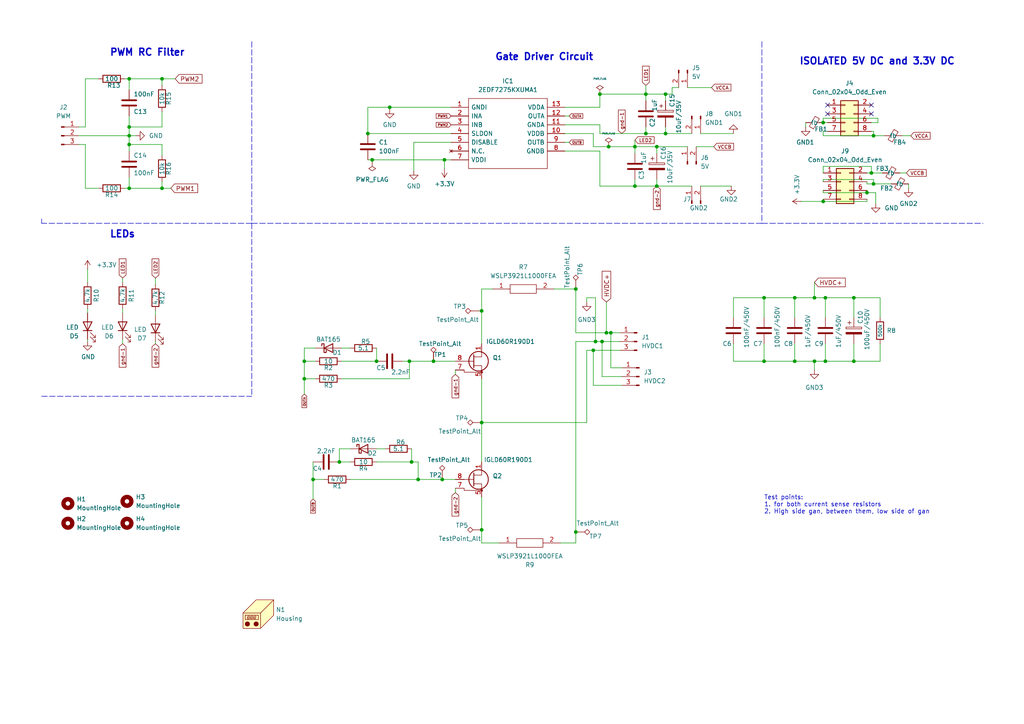
<source format=kicad_sch>
(kicad_sch (version 20211123) (generator eeschema)
  (paper "A4")
  (lib_symbols
    (symbol "2EDF7275KXUMA1:2EDF7275KXUMA1" (pin_names (offset 0.762))
      (property "Reference" "IC" (at 29.21 7.62 0))
      (property "Value" "2EDF7275KXUMA1" (at 29.21 5.08 0))
      (symbol "2EDF7275KXUMA1_0_0"
        (pin passive line (at 0 0 0) (length 5.08) (name "GNDI") (number "1"))
        (pin passive line (at 33.02 -7.62 180) (length 5.08) (name "VDDB") (number "10"))
        (pin passive line (at 33.02 -5.08 180) (length 5.08) (name "GNDA") (number "11"))
        (pin passive line (at 33.02 -2.54 180) (length 5.08) (name "OUTA") (number "12"))
        (pin passive line (at 33.02 0 180) (length 5.08) (name "VDDA") (number "13"))
        (pin passive line (at 0 -2.54 0) (length 5.08) (name "INA") (number "2"))
        (pin passive line (at 0 -5.08 0) (length 5.08) (name "INB") (number "3"))
        (pin passive line (at 0 -7.62 0) (length 5.08) (name "SLDON") (number "4"))
        (pin passive line (at 0 -10.16 0) (length 5.08) (name "DISABLE") (number "5"))
        (pin no_connect line (at 0 -12.7 0) (length 5.08) (name "N.C.") (number "6"))
        (pin passive line (at 0 -15.24 0) (length 5.08) (name "VDDI") (number "7"))
        (pin passive line (at 33.02 -12.7 180) (length 5.08) (name "GNDB") (number "8"))
        (pin passive line (at 33.02 -10.16 180) (length 5.08) (name "OUTB") (number "9"))
      )
      (symbol "2EDF7275KXUMA1_0_1"
        (polyline (pts (xy 5.08 2.54) (xy 27.94 2.54) (xy 27.94 -17.78) (xy 5.08 -17.78) (xy 5.08 2.54)) (stroke (width 0.1524)))
      )
    )
    (symbol "Connector:Conn_01x02_Male" (pin_names (offset 1.016) hide)
      (property "Reference" "J" (at 0 2.54 0))
      (property "Value" "Conn_01x02_Male" (at 0 -5.08 0))
      (symbol "Conn_01x02_Male_1_1"
        (polyline (pts (xy 1.27 -2.54) (xy 0.8636 -2.54)) (stroke (width 0.1524)))
        (polyline (pts (xy 1.27 0) (xy 0.8636 0)) (stroke (width 0.1524)))
        (rectangle (start 0.8636 -2.413) (end 0 -2.667) (stroke (width 0.1524)) (fill (type outline)))
        (rectangle (start 0.8636 0.127) (end 0 -0.127) (stroke (width 0.1524)) (fill (type outline)))
        (pin passive line (at 5.08 0 180) (length 3.81) (name "Pin_1") (number "1"))
        (pin passive line (at 5.08 -2.54 180) (length 3.81) (name "Pin_2") (number "2"))
      )
    )
    (symbol "Connector:Conn_01x03_Male" (pin_names (offset 1.016) hide)
      (property "Reference" "J" (at 0 5.08 0))
      (property "Value" "Conn_01x03_Male" (at 0 -5.08 0))
      (symbol "Conn_01x03_Male_1_1"
        (polyline (pts (xy 1.27 -2.54) (xy 0.8636 -2.54)) (stroke (width 0.1524)))
        (polyline (pts (xy 1.27 0) (xy 0.8636 0)) (stroke (width 0.1524)))
        (polyline (pts (xy 1.27 2.54) (xy 0.8636 2.54)) (stroke (width 0.1524)))
        (rectangle (start 0.8636 -2.413) (end 0 -2.667) (stroke (width 0.1524)) (fill (type outline)))
        (rectangle (start 0.8636 0.127) (end 0 -0.127) (stroke (width 0.1524)) (fill (type outline)))
        (rectangle (start 0.8636 2.667) (end 0 2.413) (stroke (width 0.1524)) (fill (type outline)))
        (pin passive line (at 5.08 2.54 180) (length 3.81) (name "Pin_1") (number "1"))
        (pin passive line (at 5.08 0 180) (length 3.81) (name "Pin_2") (number "2"))
        (pin passive line (at 5.08 -2.54 180) (length 3.81) (name "Pin_3") (number "3"))
      )
    )
    (symbol "Connector:TestPoint_Alt" (pin_numbers hide) (pin_names (offset 0.762) hide)
      (property "Reference" "TP" (at 0 6.858 0))
      (property "Value" "TestPoint_Alt" (at 0 5.08 0))
      (symbol "TestPoint_Alt_0_1"
        (polyline (pts (xy 0 2.54) (xy -0.762 3.302) (xy 0 4.064) (xy 0.762 3.302) (xy 0 2.54)))
      )
      (symbol "TestPoint_Alt_1_1"
        (pin passive line (at 0 0 90) (length 2.54) (name "1") (number "1"))
      )
    )
    (symbol "Connector_Generic:Conn_02x04_Odd_Even" (pin_names (offset 1.016) hide)
      (property "Reference" "J" (at 1.27 5.08 0))
      (property "Value" "Conn_02x04_Odd_Even" (at 1.27 -7.62 0))
      (symbol "Conn_02x04_Odd_Even_1_1"
        (rectangle (start -1.27 -4.953) (end 0 -5.207) (stroke (width 0.1524)))
        (rectangle (start -1.27 -2.413) (end 0 -2.667) (stroke (width 0.1524)))
        (rectangle (start -1.27 0.127) (end 0 -0.127) (stroke (width 0.1524)))
        (rectangle (start -1.27 2.667) (end 0 2.413) (stroke (width 0.1524)))
        (rectangle (start -1.27 3.81) (end 3.81 -6.35) (stroke (width 0.254)) (fill (type background)))
        (rectangle (start 3.81 -4.953) (end 2.54 -5.207) (stroke (width 0.1524)))
        (rectangle (start 3.81 -2.413) (end 2.54 -2.667) (stroke (width 0.1524)))
        (rectangle (start 3.81 0.127) (end 2.54 -0.127) (stroke (width 0.1524)))
        (rectangle (start 3.81 2.667) (end 2.54 2.413) (stroke (width 0.1524)))
        (pin passive line (at -5.08 2.54 0) (length 3.81) (name "Pin_1") (number "1"))
        (pin passive line (at 7.62 2.54 180) (length 3.81) (name "Pin_2") (number "2"))
        (pin passive line (at -5.08 0 0) (length 3.81) (name "Pin_3") (number "3"))
        (pin passive line (at 7.62 0 180) (length 3.81) (name "Pin_4") (number "4"))
        (pin passive line (at -5.08 -2.54 0) (length 3.81) (name "Pin_5") (number "5"))
        (pin passive line (at 7.62 -2.54 180) (length 3.81) (name "Pin_6") (number "6"))
        (pin passive line (at -5.08 -5.08 0) (length 3.81) (name "Pin_7") (number "7"))
        (pin passive line (at 7.62 -5.08 180) (length 3.81) (name "Pin_8") (number "8"))
      )
    )
    (symbol "Device:C" (pin_numbers hide) (pin_names (offset 0.254))
      (property "Reference" "C" (at 0.635 2.54 0))
      (property "Value" "C" (at 0.635 -2.54 0))
      (symbol "C_0_1"
        (polyline (pts (xy -2.032 -0.762) (xy 2.032 -0.762)) (stroke (width 0.508)))
        (polyline (pts (xy -2.032 0.762) (xy 2.032 0.762)) (stroke (width 0.508)))
      )
      (symbol "C_1_1"
        (pin passive line (at 0 3.81 270) (length 2.794) (name "~") (number "1"))
        (pin passive line (at 0 -3.81 90) (length 2.794) (name "~") (number "2"))
      )
    )
    (symbol "Device:C_Polarized" (pin_numbers hide) (pin_names (offset 0.254))
      (property "Reference" "C" (at 0.635 2.54 0))
      (property "Value" "C_Polarized" (at 0.635 -2.54 0))
      (symbol "C_Polarized_0_1"
        (rectangle (start -2.286 0.508) (end 2.286 1.016))
        (polyline (pts (xy -1.778 2.286) (xy -0.762 2.286)))
        (polyline (pts (xy -1.27 2.794) (xy -1.27 1.778)))
        (rectangle (start 2.286 -0.508) (end -2.286 -1.016) (fill (type outline)))
      )
      (symbol "C_Polarized_1_1"
        (pin passive line (at 0 3.81 270) (length 2.794) (name "~") (number "1"))
        (pin passive line (at 0 -3.81 90) (length 2.794) (name "~") (number "2"))
      )
    )
    (symbol "Device:D_Schottky" (pin_numbers hide) (pin_names (offset 1.016) hide)
      (property "Reference" "D" (at 0 2.54 0))
      (property "Value" "D_Schottky" (at 0 -2.54 0))
      (symbol "D_Schottky_0_1"
        (polyline (pts (xy 1.27 0) (xy -1.27 0)))
        (polyline (pts (xy 1.27 1.27) (xy 1.27 -1.27) (xy -1.27 0) (xy 1.27 1.27)) (stroke (width 0.254)))
        (polyline (pts (xy -1.905 0.635) (xy -1.905 1.27) (xy -1.27 1.27) (xy -1.27 -1.27) (xy -0.635 -1.27) (xy -0.635 -0.635)) (stroke (width 0.254)))
      )
      (symbol "D_Schottky_1_1"
        (pin passive line (at -3.81 0 0) (length 2.54) (name "K") (number "1"))
        (pin passive line (at 3.81 0 180) (length 2.54) (name "A") (number "2"))
      )
    )
    (symbol "Device:FerriteBead_Small" (pin_numbers hide) (pin_names (offset 0))
      (property "Reference" "FB" (at 1.905 1.27 0))
      (property "Value" "FerriteBead_Small" (at 1.905 -1.27 0))
      (symbol "FerriteBead_Small_0_1"
        (polyline (pts (xy 0 -1.27) (xy 0 -0.7874)))
        (polyline (pts (xy 0 0.889) (xy 0 1.2954)))
        (polyline (pts (xy -1.8288 0.2794) (xy -1.1176 1.4986) (xy 1.8288 -0.2032) (xy 1.1176 -1.4224) (xy -1.8288 0.2794)))
      )
      (symbol "FerriteBead_Small_1_1"
        (pin passive line (at 0 2.54 270) (length 1.27) (name "~") (number "1"))
        (pin passive line (at 0 -2.54 90) (length 1.27) (name "~") (number "2"))
      )
    )
    (symbol "Device:LED" (pin_numbers hide) (pin_names (offset 1.016) hide)
      (property "Reference" "D" (at 0 2.54 0))
      (property "Value" "LED" (at 0 -2.54 0))
      (symbol "LED_0_1"
        (polyline (pts (xy -1.27 -1.27) (xy -1.27 1.27)) (stroke (width 0.254)))
        (polyline (pts (xy -1.27 0) (xy 1.27 0)))
        (polyline (pts (xy 1.27 -1.27) (xy 1.27 1.27) (xy -1.27 0) (xy 1.27 -1.27)) (stroke (width 0.254)))
        (polyline (pts (xy -3.048 -0.762) (xy -4.572 -2.286) (xy -3.81 -2.286) (xy -4.572 -2.286) (xy -4.572 -1.524)))
        (polyline (pts (xy -1.778 -0.762) (xy -3.302 -2.286) (xy -2.54 -2.286) (xy -3.302 -2.286) (xy -3.302 -1.524)))
      )
      (symbol "LED_1_1"
        (pin passive line (at -3.81 0 0) (length 2.54) (name "K") (number "1"))
        (pin passive line (at 3.81 0 180) (length 2.54) (name "A") (number "2"))
      )
    )
    (symbol "Device:R" (pin_numbers hide) (pin_names (offset 0))
      (property "Reference" "R" (at 2.032 0 90))
      (property "Value" "R" (at 0 0 90))
      (symbol "R_0_1"
        (rectangle (start -1.016 -2.54) (end 1.016 2.54) (stroke (width 0.254)))
      )
      (symbol "R_1_1"
        (pin passive line (at 0 3.81 270) (length 1.27) (name "~") (number "1"))
        (pin passive line (at 0 -3.81 90) (length 1.27) (name "~") (number "2"))
      )
    )
    (symbol "Mechanical:Housing" (pin_names (offset 1.016))
      (property "Reference" "N" (at 3.81 0 0))
      (property "Value" "Housing" (at 3.81 -1.905 0))
      (symbol "Housing_0_1"
        (rectangle (start -5.08 -0.635) (end -1.27 -1.905))
        (circle (center -4.445 -3.175) (radius 0.635) (fill (type outline)))
        (circle (center -1.905 -3.175) (radius 0.635) (fill (type outline)))
        (polyline (pts (xy -4.5212 -1.5748) (xy -4.4704 -1.3716)))
        (polyline (pts (xy -4.4196 -1.6764) (xy -4.064 -1.6764)))
        (polyline (pts (xy -4.4196 -1.2192) (xy -4.3688 -0.9652)))
        (polyline (pts (xy -4.318 -1.3208) (xy -4.0132 -1.3208)))
        (polyline (pts (xy -4.2164 -0.9144) (xy -3.9116 -0.9144)))
        (polyline (pts (xy -3.9116 -1.6256) (xy -3.8608 -1.3716)))
        (polyline (pts (xy -3.81 -1.2192) (xy -3.7592 -0.9652)))
        (polyline (pts (xy -3.6068 -1.5748) (xy -3.556 -1.3716)))
        (polyline (pts (xy -3.5052 -1.6764) (xy -3.1496 -1.6764)))
        (polyline (pts (xy -3.5052 -1.2192) (xy -3.4544 -0.9652)))
        (polyline (pts (xy -3.4036 -1.3208) (xy -3.0988 -1.3208)))
        (polyline (pts (xy -3.302 -0.9144) (xy -2.9972 -0.9144)))
        (polyline (pts (xy -2.9972 -1.6256) (xy -2.9464 -1.3716)))
        (polyline (pts (xy -2.8956 -1.2192) (xy -2.8448 -0.9652)))
        (polyline (pts (xy -2.6924 -1.5748) (xy -2.6416 -1.3716)))
        (polyline (pts (xy -2.5908 -1.6764) (xy -2.2352 -1.6764)))
        (polyline (pts (xy -2.5908 -1.2192) (xy -2.54 -0.9652)))
        (polyline (pts (xy -2.4892 -1.3208) (xy -2.1844 -1.3208)))
        (polyline (pts (xy -2.3876 -0.9144) (xy -2.0828 -0.9144)))
        (polyline (pts (xy -2.0828 -1.6256) (xy -2.032 -1.3716)))
        (polyline (pts (xy -1.9812 -1.2192) (xy -1.9304 -0.9652)))
        (polyline (pts (xy -0.635 0) (xy -0.635 -4.445)))
        (polyline (pts (xy -5.715 0) (xy -0.635 0) (xy 3.175 3.81)))
        (polyline (pts (xy -5.715 0) (xy -5.715 -4.445) (xy -0.635 -4.445) (xy 3.175 -0.635) (xy 3.175 3.81) (xy -1.905 3.81) (xy -5.715 0)) (fill (type background)))
      )
    )
    (symbol "Mechanical:MountingHole" (pin_names (offset 1.016))
      (property "Reference" "H" (at 0 5.08 0))
      (property "Value" "MountingHole" (at 0 3.175 0))
      (symbol "MountingHole_0_1"
        (circle (center 0 0) (radius 1.27) (stroke (width 1.27)))
      )
    )
    (symbol "Transistor_FET:IGLD60R190D1" (pin_names (offset 0) hide)
      (property "Reference" "Q" (at 5.08 1.905 0))
      (property "Value" "IGLD60R190D1" (at 5.08 0 0))
      (symbol "IGLD60R190D1_0_1"
        (polyline (pts (xy -2.54 0) (xy 0.254 0)))
        (polyline (pts (xy -2.54 -2.54) (xy -2.54 -3.175) (xy 2.54 -3.175)))
        (polyline (pts (xy 0.254 -1.27) (xy 2.54 -1.27) (xy 2.54 -2.54)))
        (polyline (pts (xy 0.254 1.905) (xy 0.254 -1.905) (xy 0.254 -1.905)) (stroke (width 0.254)))
        (polyline (pts (xy 2.54 2.54) (xy 2.54 1.27) (xy 0.254 1.27)))
        (circle (center 1.651 0) (radius 2.8194) (stroke (width 0.254)))
        (circle (center 2.54 -3.175) (radius 0.2794) (fill (type outline)))
      )
      (symbol "IGLD60R190D1_1_1"
        (pin passive line (at 2.54 5.08 270) (length 2.54) (name "D") (number "1"))
        (pin passive line (at 2.54 5.08 270) (length 2.54) hide (name "D") (number "2"))
        (pin passive line (at 2.54 5.08 270) (length 2.54) hide (name "D") (number "3"))
        (pin passive line (at 2.54 5.08 270) (length 2.54) hide (name "D") (number "4"))
        (pin passive line (at 2.54 -5.08 90) (length 2.54) (name "S") (number "5"))
        (pin passive line (at 2.54 -5.08 90) (length 2.54) hide (name "S") (number "6"))
        (pin passive line (at -5.08 -2.54 0) (length 2.54) (name "SS") (number "7"))
        (pin input line (at -5.08 0 0) (length 2.54) (name "G") (number "8"))
        (pin passive line (at 2.54 -5.08 90) (length 2.54) hide (name "S") (number "9"))
      )
    )
    (symbol "WSLP3921L1000FEA:WSLP3921L1000FEA" (pin_names (offset 0.762))
      (property "Reference" "R" (at 13.97 6.35 0))
      (property "Value" "WSLP3921L1000FEA" (at 13.97 3.81 0))
      (symbol "WSLP3921L1000FEA_0_0"
        (pin passive line (at 0 0 0) (length 5.08) (name "~") (number "1"))
        (pin passive line (at 17.78 0 180) (length 5.08) (name "~") (number "2"))
      )
      (symbol "WSLP3921L1000FEA_0_1"
        (polyline (pts (xy 5.08 1.27) (xy 12.7 1.27) (xy 12.7 -1.27) (xy 5.08 -1.27) (xy 5.08 1.27)) (stroke (width 0.1524)))
      )
    )
    (symbol "power:+3.3V" (power) (pin_names (offset 0))
      (property "Value" "+3.3V" (at 0 3.556 0))
      (symbol "+3.3V_0_1"
        (polyline (pts (xy -0.762 1.27) (xy 0 2.54)))
        (polyline (pts (xy 0 0) (xy 0 2.54)))
        (polyline (pts (xy 0 2.54) (xy 0.762 1.27)))
      )
      (symbol "+3.3V_1_1"
        (pin power_in line (at 0 0 90) (length 0) hide (name "+3.3V") (number "1"))
      )
    )
    (symbol "power:GND" (power) (pin_names (offset 0))
      (property "Value" "GND" (at 0 -3.81 0))
      (symbol "GND_0_1"
        (polyline (pts (xy 0 0) (xy 0 -1.27) (xy 1.27 -1.27) (xy 0 -2.54) (xy -1.27 -1.27) (xy 0 -1.27)))
      )
      (symbol "GND_1_1"
        (pin power_in line (at 0 0 270) (length 0) hide (name "GND") (number "1"))
      )
    )
    (symbol "power:GND1" (power) (pin_names (offset 0))
      (property "Value" "GND1" (at 0 -3.81 0))
      (symbol "GND1_0_1"
        (polyline (pts (xy 0 0) (xy 0 -1.27) (xy 1.27 -1.27) (xy 0 -2.54) (xy -1.27 -1.27) (xy 0 -1.27)))
      )
      (symbol "GND1_1_1"
        (pin power_in line (at 0 0 270) (length 0) hide (name "GND1") (number "1"))
      )
    )
    (symbol "power:GND2" (power) (pin_names (offset 0))
      (property "Value" "GND2" (at 0 -3.81 0))
      (symbol "GND2_0_1"
        (polyline (pts (xy 0 0) (xy 0 -1.27) (xy 1.27 -1.27) (xy 0 -2.54) (xy -1.27 -1.27) (xy 0 -1.27)))
      )
      (symbol "GND2_1_1"
        (pin power_in line (at 0 0 270) (length 0) hide (name "GND2") (number "1"))
      )
    )
    (symbol "power:GND3" (power) (pin_names (offset 0))
      (property "Value" "GND3" (at 0 -3.81 0))
      (symbol "GND3_0_1"
        (polyline (pts (xy 0 0) (xy 0 -1.27) (xy 1.27 -1.27) (xy 0 -2.54) (xy -1.27 -1.27) (xy 0 -1.27)))
      )
      (symbol "GND3_1_1"
        (pin power_in line (at 0 0 270) (length 0) hide (name "GND3") (number "1"))
      )
    )
    (symbol "power:PWR_FLAG" (power) (pin_numbers hide) (pin_names (offset 0) hide)
      (property "Value" "PWR_FLAG" (at 0 3.81 0))
      (symbol "PWR_FLAG_0_0"
        (pin power_out line (at 0 0 90) (length 0) (name "pwr") (number "1"))
      )
      (symbol "PWR_FLAG_0_1"
        (polyline (pts (xy 0 0) (xy 0 1.27) (xy -1.016 1.905) (xy 0 2.54) (xy 1.016 1.905) (xy 0 1.27)))
      )
    )
  )
  (junction (at 193.04 27.305))
  (junction (at 247.65 104.775))
  (junction (at 37.465 54.61))
  (junction (at 109.22 104.775))
  (junction (at 177.165 96.52))
  (junction (at 107.95 46.355))
  (junction (at 230.505 104.775))
  (junction (at 187.325 27.305))
  (junction (at 236.22 86.36))
  (junction (at 128.905 46.355))
  (junction (at 119.38 133.985))
  (junction (at 106.68 38.735))
  (junction (at 253.365 39.37))
  (junction (at 230.505 86.36))
  (junction (at 238.76 58.42))
  (junction (at 190.5 53.975))
  (junction (at 172.72 99.06))
  (junction (at 88.265 104.775))
  (junction (at 37.465 41.91))
  (junction (at 184.15 42.545))
  (junction (at 236.22 104.775))
  (junction (at 184.15 53.975))
  (junction (at 46.99 22.86))
  (junction (at 175.895 96.52))
  (junction (at 252.73 50.165))
  (junction (at 139.7 122.555))
  (junction (at 113.03 31.115))
  (junction (at 90.805 139.065))
  (junction (at 46.99 54.61))
  (junction (at 98.425 133.985))
  (junction (at 37.465 36.83))
  (junction (at 239.395 86.36))
  (junction (at 167.005 83.82))
  (junction (at 128.27 139.065))
  (junction (at 173.99 27.305))
  (junction (at 193.04 38.735))
  (junction (at 118.745 104.775))
  (junction (at 238.76 35.56))
  (junction (at 239.395 104.775))
  (junction (at 172.085 101.6))
  (junction (at 37.465 39.37))
  (junction (at 37.465 22.86))
  (junction (at 174.625 99.06))
  (junction (at 139.7 90.17))
  (junction (at 139.7 153.67))
  (junction (at 88.265 109.855))
  (junction (at 121.285 139.065))
  (junction (at 253.365 53.34))
  (junction (at 190.5 42.545))
  (junction (at 125.73 104.775))
  (junction (at 167.005 154.305))
  (junction (at 247.65 86.36))
  (junction (at 251.46 55.88))
  (junction (at 221.615 104.775))
  (junction (at 221.615 86.36))
  (junction (at 176.53 42.545))
  (junction (at 187.325 38.735))
  (no_connect (at 240.03 33.02))
  (no_connect (at 252.73 30.48))
  (no_connect (at 252.73 33.02))
  (no_connect (at 240.03 30.48))
  (wire (pts (xy 98.425 130.175) (xy 101.6 130.175)))
  (wire (pts (xy 24.765 54.61) (xy 24.765 41.91)))
  (wire (pts (xy 173.99 43.815) (xy 163.83 43.815)))
  (wire (pts (xy 172.085 101.6) (xy 179.705 101.6)))
  (polyline (pts (xy 12.065 114.935) (xy 73.025 114.935)))
  (wire (pts (xy 107.95 46.355) (xy 107.95 46.99)))
  (wire (pts (xy 45.085 90.17) (xy 45.085 91.44)))
  (wire (pts (xy 238.76 58.42) (xy 232.41 58.42)))
  (wire (pts (xy 106.68 38.735) (xy 130.81 38.735)))
  (wire (pts (xy 193.04 36.83) (xy 193.04 38.735)))
  (wire (pts (xy 187.325 29.21) (xy 187.325 27.305)))
  (wire (pts (xy 190.5 42.545) (xy 199.39 42.545)))
  (wire (pts (xy 99.06 104.775) (xy 109.22 104.775)))
  (wire (pts (xy 139.7 109.855) (xy 139.7 122.555)))
  (wire (pts (xy 180.34 106.68) (xy 177.165 106.68)))
  (wire (pts (xy 113.03 31.75) (xy 113.03 31.115)))
  (wire (pts (xy 253.365 53.34) (xy 251.46 53.34)))
  (polyline (pts (xy 220.98 64.77) (xy 285.115 64.77)))
  (wire (pts (xy 236.22 104.775) (xy 236.22 107.315)))
  (wire (pts (xy 163.83 41.275) (xy 165.1 41.275)))
  (wire (pts (xy 239.395 86.36) (xy 236.22 86.36)))
  (wire (pts (xy 24.765 22.86) (xy 28.575 22.86)))
  (wire (pts (xy 252.73 35.56) (xy 254.635 35.56)))
  (wire (pts (xy 173.99 38.735) (xy 173.99 36.195)))
  (wire (pts (xy 238.76 58.42) (xy 251.46 58.42)))
  (wire (pts (xy 251.46 53.34) (xy 251.46 52.705)))
  (wire (pts (xy 132.08 142.875) (xy 132.08 141.605)))
  (wire (pts (xy 177.165 106.68) (xy 177.165 96.52)))
  (polyline (pts (xy 220.98 12.065) (xy 220.98 64.77)))
  (wire (pts (xy 212.725 92.075) (xy 212.725 86.36)))
  (wire (pts (xy 253.365 39.37) (xy 256.54 39.37)))
  (wire (pts (xy 175.895 87.63) (xy 175.895 96.52)))
  (wire (pts (xy 184.15 42.545) (xy 190.5 42.545)))
  (wire (pts (xy 221.615 86.36) (xy 221.615 92.075)))
  (wire (pts (xy 193.04 27.305) (xy 194.945 27.305)))
  (wire (pts (xy 120.015 41.275) (xy 120.015 49.53)))
  (wire (pts (xy 253.365 38.1) (xy 253.365 39.37)))
  (wire (pts (xy 173.99 31.115) (xy 173.99 27.305)))
  (wire (pts (xy 128.27 139.065) (xy 132.08 139.065)))
  (wire (pts (xy 261.62 39.37) (xy 264.16 39.37)))
  (wire (pts (xy 175.895 96.52) (xy 177.165 96.52)))
  (wire (pts (xy 37.465 41.91) (xy 37.465 43.815)))
  (wire (pts (xy 172.085 38.735) (xy 163.83 38.735)))
  (wire (pts (xy 193.04 38.735) (xy 200.66 38.735)))
  (wire (pts (xy 163.83 33.655) (xy 165.1 33.655)))
  (wire (pts (xy 230.505 86.36) (xy 230.505 92.075)))
  (wire (pts (xy 187.325 24.765) (xy 187.325 27.305)))
  (wire (pts (xy 212.725 104.775) (xy 212.725 99.695)))
  (wire (pts (xy 106.68 31.115) (xy 113.03 31.115)))
  (wire (pts (xy 170.18 122.555) (xy 170.18 101.6)))
  (wire (pts (xy 258.445 53.34) (xy 253.365 53.34)))
  (wire (pts (xy 173.99 43.815) (xy 173.99 53.975)))
  (wire (pts (xy 176.53 42.545) (xy 184.15 42.545)))
  (wire (pts (xy 221.615 104.775) (xy 212.725 104.775)))
  (wire (pts (xy 46.99 24.765) (xy 46.99 22.86)))
  (wire (pts (xy 24.765 36.83) (xy 24.765 22.86)))
  (wire (pts (xy 113.03 31.115) (xy 130.81 31.115)))
  (wire (pts (xy 251.46 57.785) (xy 251.46 58.42)))
  (wire (pts (xy 37.465 22.86) (xy 37.465 26.035)))
  (wire (pts (xy 109.22 133.985) (xy 119.38 133.985)))
  (wire (pts (xy 203.2 53.975) (xy 212.09 53.975)))
  (wire (pts (xy 247.65 99.695) (xy 247.65 104.775)))
  (wire (pts (xy 35.56 80.645) (xy 35.56 81.915)))
  (wire (pts (xy 172.085 42.545) (xy 176.53 42.545)))
  (wire (pts (xy 238.76 58.42) (xy 238.76 57.785)))
  (wire (pts (xy 90.805 139.065) (xy 90.805 133.985)))
  (wire (pts (xy 121.285 139.065) (xy 128.27 139.065)))
  (wire (pts (xy 221.615 99.695) (xy 221.615 104.775)))
  (polyline (pts (xy 73.025 64.77) (xy 73.025 114.935)))
  (wire (pts (xy 173.99 38.735) (xy 187.325 38.735)))
  (wire (pts (xy 101.6 133.985) (xy 98.425 133.985)))
  (wire (pts (xy 172.085 111.76) (xy 172.085 101.6)))
  (wire (pts (xy 247.65 86.36) (xy 239.395 86.36)))
  (wire (pts (xy 255.27 86.36) (xy 247.65 86.36)))
  (wire (pts (xy 93.98 139.065) (xy 90.805 139.065)))
  (wire (pts (xy 170.18 86.36) (xy 170.18 87.63)))
  (wire (pts (xy 116.84 104.775) (xy 118.745 104.775)))
  (wire (pts (xy 46.99 45.085) (xy 46.99 41.91)))
  (wire (pts (xy 88.265 114.3) (xy 88.265 109.855)))
  (wire (pts (xy 139.7 122.555) (xy 139.7 133.985)))
  (wire (pts (xy 184.15 52.07) (xy 184.15 53.975)))
  (wire (pts (xy 173.99 27.305) (xy 187.325 27.305)))
  (wire (pts (xy 230.505 99.695) (xy 230.505 104.775)))
  (wire (pts (xy 263.525 53.34) (xy 263.525 54.61)))
  (wire (pts (xy 167.005 83.82) (xy 167.005 96.52)))
  (wire (pts (xy 22.86 36.83) (xy 24.765 36.83)))
  (wire (pts (xy 35.56 99.695) (xy 35.56 98.425)))
  (wire (pts (xy 238.76 39.37) (xy 238.76 38.1)))
  (polyline (pts (xy 220.98 64.77) (xy 73.025 64.77)))
  (wire (pts (xy 37.465 33.655) (xy 37.465 36.83)))
  (wire (pts (xy 238.76 34.29) (xy 254.635 34.29)))
  (wire (pts (xy 22.86 41.91) (xy 24.765 41.91)))
  (wire (pts (xy 139.7 90.17) (xy 139.7 99.695)))
  (wire (pts (xy 238.76 38.1) (xy 240.03 38.1)))
  (wire (pts (xy 247.65 104.775) (xy 255.27 104.775)))
  (wire (pts (xy 99.06 100.965) (xy 101.6 100.965)))
  (wire (pts (xy 238.76 48.26) (xy 252.73 48.26)))
  (wire (pts (xy 118.745 104.775) (xy 125.73 104.775)))
  (wire (pts (xy 203.2 38.735) (xy 212.725 38.735)))
  (wire (pts (xy 128.905 46.355) (xy 128.905 48.895)))
  (wire (pts (xy 252.73 50.165) (xy 255.905 50.165)))
  (wire (pts (xy 172.085 42.545) (xy 172.085 38.735)))
  (wire (pts (xy 25.4 78.105) (xy 25.4 81.915)))
  (wire (pts (xy 190.5 52.07) (xy 190.5 53.975)))
  (wire (pts (xy 36.195 54.61) (xy 37.465 54.61)))
  (wire (pts (xy 46.99 54.61) (xy 37.465 54.61)))
  (wire (pts (xy 233.68 35.56) (xy 233.68 36.83)))
  (wire (pts (xy 91.44 104.775) (xy 88.265 104.775)))
  (wire (pts (xy 173.99 53.975) (xy 184.15 53.975)))
  (wire (pts (xy 46.99 32.385) (xy 46.99 36.83)))
  (wire (pts (xy 184.15 53.975) (xy 190.5 53.975)))
  (wire (pts (xy 160.655 83.82) (xy 167.005 83.82)))
  (wire (pts (xy 253.365 39.37) (xy 238.76 39.37)))
  (wire (pts (xy 46.99 22.86) (xy 37.465 22.86)))
  (wire (pts (xy 139.7 122.555) (xy 170.18 122.555)))
  (wire (pts (xy 22.86 39.37) (xy 37.465 39.37)))
  (wire (pts (xy 254 55.88) (xy 251.46 55.88)))
  (wire (pts (xy 37.465 54.61) (xy 37.465 51.435)))
  (wire (pts (xy 90.805 144.78) (xy 90.805 139.065)))
  (wire (pts (xy 106.68 46.355) (xy 107.95 46.355)))
  (wire (pts (xy 172.72 86.36) (xy 172.72 99.06)))
  (wire (pts (xy 128.905 46.355) (xy 130.81 46.355)))
  (wire (pts (xy 199.39 25.4) (xy 206.375 25.4)))
  (wire (pts (xy 109.22 104.775) (xy 109.22 100.965)))
  (wire (pts (xy 139.7 144.145) (xy 139.7 153.67)))
  (polyline (pts (xy 73.025 64.77) (xy 12.065 64.77)))
  (wire (pts (xy 255.27 99.695) (xy 255.27 104.775)))
  (wire (pts (xy 37.465 36.83) (xy 37.465 39.37)))
  (wire (pts (xy 230.505 104.775) (xy 221.615 104.775)))
  (wire (pts (xy 46.99 54.61) (xy 49.53 54.61)))
  (wire (pts (xy 46.99 22.86) (xy 50.8 22.86)))
  (wire (pts (xy 167.005 96.52) (xy 175.895 96.52)))
  (wire (pts (xy 45.085 99.695) (xy 45.085 99.06)))
  (wire (pts (xy 46.99 36.83) (xy 37.465 36.83)))
  (wire (pts (xy 167.005 99.06) (xy 172.72 99.06)))
  (wire (pts (xy 25.4 89.535) (xy 25.4 90.805)))
  (wire (pts (xy 37.465 39.37) (xy 39.37 39.37)))
  (wire (pts (xy 190.5 44.45) (xy 190.5 42.545)))
  (wire (pts (xy 193.04 29.21) (xy 193.04 27.305)))
  (wire (pts (xy 254.635 34.29) (xy 254.635 35.56)))
  (wire (pts (xy 99.06 109.855) (xy 118.745 109.855)))
  (wire (pts (xy 106.68 31.115) (xy 106.68 38.735)))
  (wire (pts (xy 139.7 157.48) (xy 144.78 157.48)))
  (wire (pts (xy 167.005 99.06) (xy 167.005 154.305)))
  (wire (pts (xy 88.265 109.855) (xy 88.265 104.775)))
  (wire (pts (xy 238.76 50.165) (xy 238.76 48.26)))
  (wire (pts (xy 236.22 104.775) (xy 239.395 104.775)))
  (wire (pts (xy 194.945 25.4) (xy 196.85 25.4)))
  (wire (pts (xy 46.99 41.91) (xy 37.465 41.91)))
  (wire (pts (xy 239.395 99.695) (xy 239.395 104.775)))
  (wire (pts (xy 132.08 108.585) (xy 132.08 107.315)))
  (wire (pts (xy 119.38 133.985) (xy 119.38 130.175)))
  (wire (pts (xy 125.73 104.775) (xy 132.08 104.775)))
  (wire (pts (xy 91.44 109.855) (xy 88.265 109.855)))
  (wire (pts (xy 184.15 42.545) (xy 184.15 44.45)))
  (wire (pts (xy 121.285 139.065) (xy 121.285 133.985)))
  (wire (pts (xy 194.945 25.4) (xy 194.945 27.305)))
  (wire (pts (xy 28.575 54.61) (xy 24.765 54.61)))
  (wire (pts (xy 190.5 53.975) (xy 200.66 53.975)))
  (wire (pts (xy 255.27 92.075) (xy 255.27 86.36)))
  (wire (pts (xy 247.65 86.36) (xy 247.65 92.075)))
  (wire (pts (xy 46.99 52.705) (xy 46.99 54.61)))
  (wire (pts (xy 98.425 133.985) (xy 98.425 130.175)))
  (wire (pts (xy 173.99 36.195) (xy 163.83 36.195)))
  (wire (pts (xy 252.73 48.26) (xy 252.73 50.165)))
  (wire (pts (xy 254 59.055) (xy 254 55.88)))
  (wire (pts (xy 177.165 96.52) (xy 179.705 96.52)))
  (wire (pts (xy 239.395 86.36) (xy 239.395 92.075)))
  (wire (pts (xy 139.7 153.67) (xy 139.7 157.48)))
  (wire (pts (xy 37.465 41.91) (xy 37.465 39.37)))
  (wire (pts (xy 236.22 81.915) (xy 236.22 86.36)))
  (wire (pts (xy 139.065 90.17) (xy 139.7 90.17)))
  (wire (pts (xy 172.72 99.06) (xy 174.625 99.06)))
  (wire (pts (xy 180.34 109.22) (xy 174.625 109.22)))
  (wire (pts (xy 236.22 86.36) (xy 230.505 86.36)))
  (wire (pts (xy 25.4 99.06) (xy 25.4 98.425)))
  (wire (pts (xy 35.56 89.535) (xy 35.56 90.805)))
  (wire (pts (xy 139.7 83.82) (xy 139.7 90.17)))
  (wire (pts (xy 252.73 38.1) (xy 253.365 38.1)))
  (wire (pts (xy 212.725 86.36) (xy 221.615 86.36)))
  (wire (pts (xy 253.365 52.07) (xy 253.365 53.34)))
  (wire (pts (xy 238.76 55.88) (xy 251.46 55.88)))
  (wire (pts (xy 238.76 35.56) (xy 238.76 34.29)))
  (wire (pts (xy 36.195 22.86) (xy 37.465 22.86)))
  (wire (pts (xy 88.265 100.965) (xy 91.44 100.965)))
  (wire (pts (xy 238.76 52.07) (xy 253.365 52.07)))
  (wire (pts (xy 187.325 27.305) (xy 193.04 27.305)))
  (wire (pts (xy 121.285 133.985) (xy 119.38 133.985)))
  (wire (pts (xy 230.505 104.775) (xy 236.22 104.775)))
  (wire (pts (xy 238.76 52.705) (xy 238.76 52.07)))
  (wire (pts (xy 172.72 86.36) (xy 170.18 86.36)))
  (wire (pts (xy 174.625 99.06) (xy 179.705 99.06)))
  (wire (pts (xy 238.76 55.245) (xy 238.76 55.88)))
  (polyline (pts (xy 12.065 63.5) (xy 12.065 64.77)))
  (wire (pts (xy 120.015 41.275) (xy 130.81 41.275)))
  (wire (pts (xy 118.745 109.855) (xy 118.745 104.775)))
  (wire (pts (xy 180.34 111.76) (xy 172.085 111.76)))
  (wire (pts (xy 109.22 130.175) (xy 111.76 130.175)))
  (wire (pts (xy 260.985 50.165) (xy 262.89 50.165)))
  (wire (pts (xy 251.46 55.88) (xy 251.46 55.245)))
  (wire (pts (xy 207.01 42.545) (xy 201.93 42.545)))
  (wire (pts (xy 187.325 36.83) (xy 187.325 38.735)))
  (wire (pts (xy 174.625 109.22) (xy 174.625 99.06)))
  (wire (pts (xy 187.325 38.735) (xy 193.04 38.735)))
  (wire (pts (xy 107.95 46.355) (xy 128.905 46.355)))
  (wire (pts (xy 238.76 35.56) (xy 240.03 35.56)))
  (wire (pts (xy 162.56 157.48) (xy 167.005 157.48)))
  (wire (pts (xy 251.46 50.165) (xy 252.73 50.165)))
  (wire (pts (xy 184.15 40.64) (xy 184.15 42.545)))
  (polyline (pts (xy 73.025 12.065) (xy 73.025 64.77)))
  (wire (pts (xy 101.6 139.065) (xy 121.285 139.065)))
  (wire (pts (xy 239.395 104.775) (xy 247.65 104.775)))
  (wire (pts (xy 230.505 86.36) (xy 221.615 86.36)))
  (wire (pts (xy 88.265 104.775) (xy 88.265 100.965)))
  (wire (pts (xy 139.7 83.82) (xy 142.875 83.82)))
  (wire (pts (xy 163.83 31.115) (xy 173.99 31.115)))
  (wire (pts (xy 170.18 101.6) (xy 172.085 101.6)))
  (wire (pts (xy 167.005 154.305) (xy 167.005 157.48)))
  (wire (pts (xy 45.085 80.645) (xy 45.085 82.55)))
  (text "Test points: \n1. for both current sense resistors\n2. High side gan, between them, low side of gan\n" (at 221.615 149.225 0) (effects (font (size 1.27 1.27)) (justify left bottom)))
  (text "LEDs" (at 31.75 69.215 0) (effects (font (size 2 2) (thickness 0.4) bold) (justify left bottom)))
  (text "ISOLATED 5V DC and 3.3V DC" (at 231.775 19.05 0) (effects (font (size 2 2) (thickness 0.4) bold) (justify left bottom)))
  (text "PWM RC Filter" (at 31.75 16.51 0) (effects (font (size 2 2) (thickness 0.4) bold) (justify left bottom)))
  (text "Gate Driver Circuit" (at 143.51 17.78 0) (effects (font (size 2 2) (thickness 0.4) bold) (justify left bottom)))
  (global_label "VCCA" (shape input) (at 264.16 39.37 0) (effects (font (size 1 1))) (property "Intersheet References" "${INTERSHEET_REFS}" (effects hide)))
  (global_label "HVDC+" (shape input) (at 175.895 87.63 90) (property "Intersheet References" "${INTERSHEET_REFS}" (effects hide)))
  (global_label "LED1" (shape input) (at 187.325 24.765 90) (effects (font (size 1 1))) (property "Intersheet References" "${INTERSHEET_REFS}" (effects hide)))
  (global_label "VCCB" (shape input) (at 262.89 50.165 0) (effects (font (size 1 1))) (property "Intersheet References" "${INTERSHEET_REFS}" (effects hide)))
  (global_label "PWM1" (shape input) (at 49.53 54.61 0) (property "Intersheet References" "${INTERSHEET_REFS}" (effects hide)))
  (global_label "PWM2" (shape input) (at 50.8 22.86 0) (property "Intersheet References" "${INTERSHEET_REFS}" (effects hide)))
  (global_label "PWM2" (shape input) (at 130.81 36.195 180) (effects (font (size 0.7 0.7))) (property "Intersheet References" "${INTERSHEET_REFS}" (effects hide)))
  (global_label "gnd-1" (shape input) (at 180.34 38.735 90) (effects (font (size 1 1))) (property "Intersheet References" "${INTERSHEET_REFS}" (effects hide)))
  (global_label "OUTB" (shape input) (at 165.1 41.275 0) (effects (font (size 0.7 0.7))) (property "Intersheet References" "${INTERSHEET_REFS}" (effects hide)))
  (global_label "gnd-2" (shape input) (at 45.085 99.695 270) (effects (font (size 1 1))) (property "Intersheet References" "${INTERSHEET_REFS}" (effects hide)))
  (global_label "VCCA" (shape input) (at 206.375 25.4 0) (effects (font (size 1 1))) (property "Intersheet References" "${INTERSHEET_REFS}" (effects hide)))
  (global_label "LED2" (shape input) (at 184.15 40.64 0) (effects (font (size 1 1))) (property "Intersheet References" "${INTERSHEET_REFS}" (effects hide)))
  (global_label "LED2" (shape input) (at 45.085 80.645 90) (effects (font (size 1 1))) (property "Intersheet References" "${INTERSHEET_REFS}" (effects hide)))
  (global_label "OUTA" (shape input) (at 88.265 114.3 270) (effects (font (size 0.7 0.7))) (property "Intersheet References" "${INTERSHEET_REFS}" (effects hide)))
  (global_label "gnd-2" (shape input) (at 190.5 53.975 270) (effects (font (size 1 1))) (property "Intersheet References" "${INTERSHEET_REFS}" (effects hide)))
  (global_label "OUTB" (shape input) (at 90.805 144.78 270) (effects (font (size 0.7 0.7))) (property "Intersheet References" "${INTERSHEET_REFS}" (effects hide)))
  (global_label "LED1" (shape input) (at 35.56 80.645 90) (effects (font (size 1 1))) (property "Intersheet References" "${INTERSHEET_REFS}" (effects hide)))
  (global_label "OUTA" (shape input) (at 165.1 33.655 0) (effects (font (size 0.7 0.7))) (property "Intersheet References" "${INTERSHEET_REFS}" (effects hide)))
  (global_label "gnd-2" (shape input) (at 132.08 142.875 270) (effects (font (size 1 1))) (property "Intersheet References" "${INTERSHEET_REFS}" (effects hide)))
  (global_label "gnd-1" (shape input) (at 132.08 108.585 270) (effects (font (size 1 1))) (property "Intersheet References" "${INTERSHEET_REFS}" (effects hide)))
  (global_label "VCCB" (shape input) (at 207.01 42.545 0) (effects (font (size 1 1))) (property "Intersheet References" "${INTERSHEET_REFS}" (effects hide)))
  (global_label "HVDC+" (shape input) (at 236.22 81.915 0) (property "Intersheet References" "${INTERSHEET_REFS}" (effects hide)))
  (global_label "PWM1" (shape input) (at 130.81 33.655 180) (effects (font (size 0.7 0.7))) (property "Intersheet References" "${INTERSHEET_REFS}" (effects hide)))
  (global_label "gnd-1" (shape input) (at 35.56 99.695 270) (effects (font (size 1 1))) (property "Intersheet References" "${INTERSHEET_REFS}" (effects hide)))
  (symbol (lib_id "Device:FerriteBead_Small") (at 260.985 53.34 90) (unit 1)
    (property "Reference" "FB2" (at 257.175 54.61 90))
    (property "Value" "fb" (at 260.985 53.34 90))
    (property "Footprint" "Resistor_SMD:R_0805_2012Metric" (effects hide))
  )
  (symbol (lib_id "Connector:Conn_01x03_Male") (at 185.42 109.22 0) (mirror y) (unit 1)
    (property "Reference" "J3" (at 186.69 107.9499 0) (effects (justify right)))
    (property "Value" "HVDC2" (at 186.69 110.4899 0) (effects (justify right)))
    (property "Footprint" "Connector_Molex:Molex_KK-396_A-41791-0003_1x03_P3.96mm_Vertical" (effects hide))
  )
  (symbol (lib_id "power:GND2") (at 263.525 54.61 0) (unit 1)
    (property "Reference" "#PWR05" (effects hide))
    (property "Value" "GND2" (at 263.525 59.055 0))
  )
  (symbol (lib_id "Device:R") (at 95.25 109.855 90) (unit 1)
    (property "Reference" "R3" (at 95.25 111.76 90))
    (property "Value" "470" (at 95.25 109.855 90))
    (property "Footprint" "Resistor_SMD:R_0805_2012Metric" (effects hide))
  )
  (symbol (lib_id "power:PWR_FLAG") (at 173.99 27.305 0) (unit 1)
    (property "Reference" "#FLG0102" (effects hide))
    (property "Value" "PWR_FLAG" (at 173.99 22.86 0) (effects (font (size 0.5 0.5))))
  )
  (symbol (lib_id "Connector:Conn_01x02_Male") (at 199.39 20.32 270) (unit 1)
    (property "Reference" "J5" (at 200.66 19.6849 90) (effects (justify left)))
    (property "Value" "5V" (at 200.66 22.2249 90) (effects (justify left)))
    (property "Footprint" "Connector_PinHeader_2.54mm:PinHeader_1x02_P2.54mm_Vertical" (effects hide))
  )
  (symbol (lib_id "power:PWR_FLAG") (at 107.95 46.99 180) (unit 1)
    (property "Reference" "#FLG01" (effects hide))
    (property "Value" "PWR_FLAG" (at 107.95 52.07 0))
  )
  (symbol (lib_id "Device:R") (at 45.085 86.36 180) (unit 1)
    (property "Reference" "R12" (at 46.99 86.36 90))
    (property "Value" "4.7k" (at 45.085 86.36 90))
    (property "Footprint" "Resistor_SMD:R_0805_2012Metric" (effects hide))
  )
  (symbol (lib_id "Device:R") (at 97.79 139.065 90) (unit 1)
    (property "Reference" "R1" (at 97.79 140.97 90))
    (property "Value" "470" (at 97.79 139.065 90))
    (property "Footprint" "Resistor_SMD:R_0805_2012Metric" (effects hide))
  )
  (symbol (lib_id "power:GND") (at 120.015 49.53 0) (unit 1)
    (property "Reference" "#PWR0101" (effects hide))
    (property "Value" "GND" (at 120.015 53.975 0))
  )
  (symbol (lib_id "power:GND") (at 254 59.055 0) (unit 1)
    (property "Reference" "#PWR08" (effects hide))
    (property "Value" "GND" (at 256.54 60.3249 0) (effects (justify left)))
  )
  (symbol (lib_id "Device:C") (at 230.505 95.885 0) (unit 1)
    (property "Reference" "C8" (at 227.33 99.695 0) (effects (justify left)))
    (property "Value" "1uF/450V" (at 234.315 100.965 90) (effects (justify left)))
    (property "Footprint" "CGA9P4X7T2W105K250KA:CAPC5750X280N" (effects hide))
  )
  (symbol (lib_id "Device:C_Polarized") (at 247.65 95.885 0) (unit 1)
    (property "Reference" "C10" (at 249.555 93.98 90) (effects (justify left)))
    (property "Value" "100uF/450V" (at 251.46 101.6 90) (effects (justify left)))
    (property "Footprint" "Capacitor_THT:CP_Radial_D18.0mm_P7.50mm" (effects hide))
  )
  (symbol (lib_id "Connector:Conn_01x02_Male") (at 199.39 47.625 90) (unit 1)
    (property "Reference" "J6" (at 203.2 45.7199 90) (effects (justify right)))
    (property "Value" "5V" (at 203.2 48.2599 90) (effects (justify right)))
    (property "Footprint" "Connector_PinHeader_2.54mm:PinHeader_1x02_P2.54mm_Vertical" (effects hide))
  )
  (symbol (lib_id "Device:C") (at 239.395 95.885 0) (unit 1)
    (property "Reference" "C9" (at 236.22 99.695 0) (effects (justify left)))
    (property "Value" "1uF/450V" (at 243.205 100.965 90) (effects (justify left)))
    (property "Footprint" "CGA9P4X7T2W105K250KA:CAPC5750X280N" (effects hide))
  )
  (symbol (lib_id "Connector:TestPoint_Alt") (at 139.7 153.67 90) (unit 1)
    (property "Reference" "TP5" (at 133.985 152.4 90))
    (property "Value" "TestPoint_Alt" (at 133.35 156.21 90))
    (property "Footprint" "TestPoint:TestPoint_THTPad_1.5x1.5mm_Drill0.7mm" (effects hide))
  )
  (symbol (lib_id "Device:R") (at 35.56 85.725 180) (unit 1)
    (property "Reference" "R11" (at 38.1 85.725 90))
    (property "Value" "4.7k" (at 35.56 85.725 90))
    (property "Footprint" "Resistor_SMD:R_0805_2012Metric" (effects hide))
  )
  (symbol (lib_id "Device:LED") (at 35.56 94.615 90) (unit 1)
    (property "Reference" "D6" (at 33.02 97.4726 90) (effects (justify left)))
    (property "Value" "LED" (at 33.02 94.9326 90) (effects (justify left)))
    (property "Footprint" "LED_SMD:LED_0805_2012Metric" (effects hide))
  )
  (symbol (lib_id "Device:C") (at 187.325 33.02 180) (unit 1)
    (property "Reference" "C2" (at 189.23 35.56 90))
    (property "Value" "1uF" (at 189.865 30.48 90))
    (property "Footprint" "Capacitor_SMD:C_0805_2012Metric" (effects hide))
  )
  (symbol (lib_id "power:+3.3V") (at 25.4 78.105 0) (unit 1)
    (property "Reference" "#PWR0108" (effects hide))
    (property "Value" "+3.3V" (at 27.94 76.8349 0) (effects (justify left)))
  )
  (symbol (lib_id "Device:FerriteBead_Small") (at 258.445 50.165 90) (unit 1)
    (property "Reference" "FB3" (at 255.905 48.895 90))
    (property "Value" "fb" (at 258.445 50.165 90))
    (property "Footprint" "Resistor_SMD:R_0805_2012Metric" (effects hide))
  )
  (symbol (lib_id "Connector:Conn_01x03_Male") (at 17.78 39.37 0) (unit 1)
    (property "Reference" "J2" (at 18.415 31.115 0))
    (property "Value" "PWM" (at 18.415 33.655 0))
    (property "Footprint" "Connector_Molex:Molex_KK-254_AE-6410-03A_1x03_P2.54mm_Vertical" (effects hide))
  )
  (symbol (lib_id "Device:C") (at 113.03 104.775 90) (unit 1)
    (property "Reference" "C5" (at 110.49 106.68 90))
    (property "Value" "2.2nF" (at 116.205 107.95 90))
    (property "Footprint" "Capacitor_SMD:C_0805_2012Metric" (effects hide))
  )
  (symbol (lib_id "Connector:Conn_01x02_Male") (at 203.2 33.655 270) (unit 1)
    (property "Reference" "J8" (at 204.47 33.0199 90) (effects (justify left)))
    (property "Value" "GND1" (at 204.47 35.5599 90) (effects (justify left)))
    (property "Footprint" "Connector_PinHeader_2.54mm:PinHeader_1x02_P2.54mm_Vertical" (effects hide))
  )
  (symbol (lib_id "Device:R") (at 255.27 95.885 0) (unit 1)
    (property "Reference" "R8" (at 257.175 95.885 0) (effects (justify left)))
    (property "Value" "500k" (at 255.27 97.79 90) (effects (font (size 1 1)) (justify left)))
    (property "Footprint" "Resistor_SMD:R_0805_2012Metric" (effects hide))
  )
  (symbol (lib_id "power:GND1") (at 233.68 36.83 0) (mirror y) (unit 1)
    (property "Reference" "#PWR04" (effects hide))
    (property "Value" "GND1" (at 236.22 41.275 0) (effects (justify left)))
  )
  (symbol (lib_id "Device:C") (at 94.615 133.985 90) (unit 1)
    (property "Reference" "C4" (at 92.075 135.89 90))
    (property "Value" "2.2nF" (at 94.615 130.81 90))
    (property "Footprint" "Capacitor_SMD:C_0805_2012Metric" (effects hide))
  )
  (symbol (lib_id "Device:C") (at 37.465 29.845 0) (mirror x) (unit 1)
    (property "Reference" "C13" (at 38.735 32.385 0) (effects (justify left)))
    (property "Value" "100nF" (at 38.735 27.305 0) (effects (justify left)))
    (property "Footprint" "Capacitor_SMD:C_0805_2012Metric" (effects hide))
  )
  (symbol (lib_id "power:GND3") (at 170.18 87.63 0) (unit 1)
    (property "Reference" "#PWR06" (effects hide))
    (property "Value" "GND3" (at 170.18 92.71 0))
  )
  (symbol (lib_id "Device:R") (at 46.99 48.895 180) (unit 1)
    (property "Reference" "R16" (at 48.895 48.895 90))
    (property "Value" "10k" (at 46.99 48.895 90))
    (property "Footprint" "Resistor_SMD:R_0805_2012Metric" (effects hide))
  )
  (symbol (lib_id "Connector:TestPoint_Alt") (at 139.7 122.555 90) (unit 1)
    (property "Reference" "TP4" (at 133.985 121.285 90))
    (property "Value" "TestPoint_Alt" (at 133.35 125.095 90))
    (property "Footprint" "TestPoint:TestPoint_THTPad_1.5x1.5mm_Drill0.7mm" (effects hide))
  )
  (symbol (lib_id "Connector:TestPoint_Alt") (at 167.005 154.305 270) (unit 1)
    (property "Reference" "TP7" (at 172.72 155.575 90))
    (property "Value" "TestPoint_Alt" (at 173.355 151.765 90))
    (property "Footprint" "TestPoint:TestPoint_THTPad_1.5x1.5mm_Drill0.7mm" (effects hide))
  )
  (symbol (lib_id "Connector_Generic:Conn_02x04_Odd_Even") (at 243.84 52.705 0) (unit 1)
    (property "Reference" "J9" (at 245.11 43.815 0))
    (property "Value" "Conn_02x04_Odd_Even" (at 245.11 46.355 0))
    (property "Footprint" "Connector_PinSocket_2.54mm:PinSocket_2x04_P2.54mm_Vertical" (effects hide))
  )
  (symbol (lib_id "Device:R") (at 46.99 28.575 0) (mirror y) (unit 1)
    (property "Reference" "R15" (at 48.895 28.575 90))
    (property "Value" "10k" (at 46.99 28.575 90))
    (property "Footprint" "Resistor_SMD:R_0805_2012Metric" (effects hide))
  )
  (symbol (lib_id "Device:C_Polarized") (at 190.5 48.26 0) (unit 1)
    (property "Reference" "C16" (at 192.405 46.355 90) (effects (justify left)))
    (property "Value" "10uF/35V" (at 194.31 53.34 90) (effects (justify left)))
    (property "Footprint" "Capacitor_SMD:CP_Elec_4x5.8" (effects hide))
  )
  (symbol (lib_id "Device:R") (at 105.41 100.965 90) (unit 1)
    (property "Reference" "R5" (at 106.045 99.06 90))
    (property "Value" "5.1" (at 105.41 100.965 90))
    (property "Footprint" "Resistor_SMD:R_0805_2012Metric" (effects hide))
  )
  (symbol (lib_id "Device:C") (at 37.465 47.625 0) (unit 1)
    (property "Reference" "C14" (at 38.735 45.085 0) (effects (justify left)))
    (property "Value" "100nF" (at 38.735 50.165 0) (effects (justify left)))
    (property "Footprint" "Capacitor_SMD:C_0805_2012Metric" (effects hide))
  )
  (symbol (lib_id "Device:C") (at 221.615 95.885 0) (unit 1)
    (property "Reference" "C7" (at 218.44 99.695 0) (effects (justify left)))
    (property "Value" "100nF/450V" (at 225.425 100.965 90) (effects (justify left)))
    (property "Footprint" "Capacitor_SMD:C_1206_3216Metric" (effects hide))
  )
  (symbol (lib_id "WSLP3921L1000FEA:WSLP3921L1000FEA") (at 144.78 157.48 0) (mirror x) (unit 1)
    (property "Reference" "R9" (at 153.67 163.83 0))
    (property "Value" "WSLP3921L1000FEA" (at 153.67 161.29 0))
    (property "Footprint" "footprint:RESC10052X50N" (effects hide))
    (property "Datasheet" "https://datasheet.datasheetarchive.com/originals/distributors/Datasheets_SAMA/cd369b67f640568f5c60fc944b86acf3.pdf" (effects hide))
    (property "Description" "Current Sense Resistors - SMD 9W 0.0001ohm 1%" (effects hide))
    (property "Height" "0.5" (effects hide))
    (property "Manufacturer_Name" "Vishay" (effects hide))
    (property "Manufacturer_Part_Number" "WSLP3921L1000FEA" (effects hide))
    (property "Mouser Part Number" "71-WSLP3921L1000FEA" (effects hide))
    (property "Mouser Price/Stock" "https://www.mouser.co.uk/ProductDetail/Vishay-Dale/WSLP3921L1000FEA?qs=TiOZkKH1s2S5b3T%252BuIp%2FVQ%3D%3D" (effects hide))
  )
  (symbol (lib_id "Mechanical:MountingHole") (at 36.83 151.765 0) (unit 1)
    (property "Reference" "H4" (at 39.37 150.4949 0) (effects (justify left)))
    (property "Value" "MountingHole" (at 39.37 153.0349 0) (effects (justify left)))
    (property "Footprint" "MountingHole:MountingHole_3.2mm_M3" (effects hide))
  )
  (symbol (lib_id "Device:R") (at 25.4 85.725 180) (unit 1)
    (property "Reference" "R10" (at 27.94 85.725 90))
    (property "Value" "4.7k" (at 25.4 85.725 90))
    (property "Footprint" "Resistor_SMD:R_0805_2012Metric" (effects hide))
  )
  (symbol (lib_id "Transistor_FET:IGLD60R190D1") (at 137.16 104.775 0) (unit 1)
    (property "Reference" "Q1" (at 142.875 103.7589 0) (effects (justify left)))
    (property "Value" "IGLD60R190D1" (at 140.97 99.06 0) (effects (justify left)))
    (property "Footprint" "Package_SON:Infineon_PG-LSON-8-1" (effects hide))
    (property "Datasheet" "https://www.infineon.com/dgdl/Infineon-IGLD60R190D1-DataSheet-v02_00-EN.pdf?fileId=5546d46269e1c019016a6d78ff5e2aba" (effects hide))
  )
  (symbol (lib_id "Device:C") (at 212.725 95.885 0) (unit 1)
    (property "Reference" "C6" (at 209.55 99.695 0) (effects (justify left)))
    (property "Value" "100nF/450V" (at 216.535 100.965 90) (effects (justify left)))
    (property "Footprint" "Capacitor_SMD:C_1206_3216Metric" (effects hide))
  )
  (symbol (lib_id "WSLP3921L1000FEA:WSLP3921L1000FEA") (at 142.875 83.82 0) (unit 1)
    (property "Reference" "R7" (at 151.765 77.47 0))
    (property "Value" "WSLP3921L1000FEA" (at 151.765 80.01 0))
    (property "Footprint" "footprint:RESC10052X50N" (effects hide))
    (property "Datasheet" "https://datasheet.datasheetarchive.com/originals/distributors/Datasheets_SAMA/cd369b67f640568f5c60fc944b86acf3.pdf" (effects hide))
    (property "Description" "Current Sense Resistors - SMD 9W 0.0001ohm 1%" (effects hide))
    (property "Height" "0.5" (effects hide))
    (property "Manufacturer_Name" "Vishay" (effects hide))
    (property "Manufacturer_Part_Number" "WSLP3921L1000FEA" (effects hide))
    (property "Mouser Part Number" "71-WSLP3921L1000FEA" (effects hide))
    (property "Mouser Price/Stock" "https://www.mouser.co.uk/ProductDetail/Vishay-Dale/WSLP3921L1000FEA?qs=TiOZkKH1s2S5b3T%252BuIp%2FVQ%3D%3D" (effects hide))
  )
  (symbol (lib_id "Mechanical:MountingHole") (at 19.685 151.765 0) (unit 1)
    (property "Reference" "H2" (at 22.225 150.4949 0) (effects (justify left)))
    (property "Value" "MountingHole" (at 22.225 153.0349 0) (effects (justify left)))
    (property "Footprint" "MountingHole:MountingHole_3.2mm_M3" (effects hide))
  )
  (symbol (lib_id "Mechanical:MountingHole") (at 36.83 145.415 0) (unit 1)
    (property "Reference" "H3" (at 39.37 144.1449 0) (effects (justify left)))
    (property "Value" "MountingHole" (at 39.37 146.6849 0) (effects (justify left)))
    (property "Footprint" "MountingHole:MountingHole_3.2mm_M3" (effects hide))
  )
  (symbol (lib_id "power:GND") (at 113.03 31.75 0) (unit 1)
    (property "Reference" "#PWR0102" (effects hide))
    (property "Value" "GND" (at 113.03 36.195 0))
  )
  (symbol (lib_id "power:GND") (at 25.4 99.06 0) (unit 1)
    (property "Reference" "#PWR0105" (effects hide))
    (property "Value" "GND" (at 23.495 103.505 0) (effects (justify left)))
  )
  (symbol (lib_id "Connector:TestPoint_Alt") (at 167.005 83.82 0) (unit 1)
    (property "Reference" "TP6" (at 168.275 78.105 90))
    (property "Value" "TestPoint_Alt" (at 164.465 77.47 90))
    (property "Footprint" "TestPoint:TestPoint_THTPad_1.5x1.5mm_Drill0.7mm" (effects hide))
  )
  (symbol (lib_id "Connector_Generic:Conn_02x04_Odd_Even") (at 245.11 33.02 0) (unit 1)
    (property "Reference" "J4" (at 246.38 24.13 0))
    (property "Value" "Conn_02x04_Odd_Even" (at 246.38 26.67 0))
    (property "Footprint" "Connector_PinSocket_2.54mm:PinSocket_2x04_P2.54mm_Vertical" (effects hide))
  )
  (symbol (lib_id "Device:R") (at 32.385 22.86 90) (mirror x) (unit 1)
    (property "Reference" "R13" (at 33.02 24.765 90))
    (property "Value" "100" (at 32.385 22.86 90))
    (property "Footprint" "Resistor_SMD:R_0805_2012Metric" (effects hide))
  )
  (symbol (lib_id "Connector:Conn_01x03_Male") (at 184.785 99.06 0) (mirror y) (unit 1)
    (property "Reference" "J1" (at 186.055 97.7899 0) (effects (justify right)))
    (property "Value" "HVDC1" (at 186.055 100.3299 0) (effects (justify right)))
    (property "Footprint" "Connector_Molex:Molex_KK-396_A-41791-0003_1x03_P3.96mm_Vertical" (effects hide))
  )
  (symbol (lib_id "Mechanical:MountingHole") (at 19.685 146.05 0) (unit 1)
    (property "Reference" "H1" (at 22.225 144.7799 0) (effects (justify left)))
    (property "Value" "MountingHole" (at 22.225 147.3199 0) (effects (justify left)))
    (property "Footprint" "MountingHole:MountingHole_3.2mm_M3" (effects hide))
  )
  (symbol (lib_id "Connector:TestPoint_Alt") (at 139.065 90.17 90) (unit 1)
    (property "Reference" "TP3" (at 133.35 88.9 90))
    (property "Value" "TestPoint_Alt" (at 132.715 92.71 90))
    (property "Footprint" "TestPoint:TestPoint_THTPad_1.5x1.5mm_Drill0.7mm" (effects hide))
  )
  (symbol (lib_id "power:+3.3V") (at 128.905 48.895 180) (unit 1)
    (property "Reference" "#PWR01" (effects hide))
    (property "Value" "+3.3V" (at 128.905 53.34 0))
  )
  (symbol (lib_id "Device:C") (at 184.15 48.26 180) (unit 1)
    (property "Reference" "C3" (at 186.055 50.8 90))
    (property "Value" "1uF" (at 186.69 45.72 90))
    (property "Footprint" "Capacitor_SMD:C_0805_2012Metric" (effects hide))
  )
  (symbol (lib_id "2EDF7275KXUMA1:2EDF7275KXUMA1") (at 130.81 31.115 0) (unit 1)
    (property "Reference" "IC1" (at 147.32 23.495 0))
    (property "Value" "2EDF7275KXUMA1" (at 147.32 26.035 0))
    (property "Footprint" "2EDF7275KXUMA1:2EDF7275KXUMA1" (effects hide))
    (property "Datasheet" "https://www.infineon.com/dgdl/Infineon-2EDS8265H-DS-v02_00-EN.pdf?fileId=5546d462636cc8fb0163b09037983063" (effects hide))
    (property "Description" "Gate Drivers DRIVER IC" (effects hide))
    (property "Height" "1.06" (effects hide))
    (property "Mouser Part Number" "726-2EDF7275KXUMA1" (effects hide))
    (property "Mouser Price/Stock" "https://www.mouser.co.uk/ProductDetail/Infineon-Technologies/2EDF7275KXUMA1?qs=55YtniHzbhBLW9Urmtkx1g%3D%3D" (effects hide))
    (property "Manufacturer_Name" "Infineon" (effects hide))
    (property "Manufacturer_Part_Number" "2EDF7275KXUMA1" (effects hide))
  )
  (symbol (lib_id "power:GND1") (at 212.725 38.735 180) (unit 1)
    (property "Reference" "#PWR02" (effects hide))
    (property "Value" "GND1" (at 212.725 33.02 0))
  )
  (symbol (lib_id "Device:FerriteBead_Small") (at 236.22 35.56 90) (unit 1)
    (property "Reference" "FB1" (at 238.125 37.465 90))
    (property "Value" "fb" (at 236.22 35.56 90))
    (property "Footprint" "Resistor_SMD:R_0805_2012Metric" (effects hide))
  )
  (symbol (lib_id "Device:R") (at 32.385 54.61 90) (unit 1)
    (property "Reference" "R14" (at 32.385 56.515 90))
    (property "Value" "100" (at 32.385 54.61 90))
    (property "Footprint" "Resistor_SMD:R_0805_2012Metric" (effects hide))
  )
  (symbol (lib_id "Device:D_Schottky") (at 105.41 130.175 0) (unit 1)
    (property "Reference" "D2" (at 107.95 131.445 0))
    (property "Value" "BAT165" (at 105.41 127.635 0))
    (property "Footprint" "Diode_SMD:D_SOD-323" (effects hide))
  )
  (symbol (lib_id "Device:R") (at 95.25 104.775 90) (unit 1)
    (property "Reference" "R2" (at 95.25 106.68 90))
    (property "Value" "10" (at 95.25 104.775 90))
    (property "Footprint" "Resistor_SMD:R_0805_2012Metric" (effects hide))
  )
  (symbol (lib_id "Device:C_Polarized") (at 193.04 33.02 0) (unit 1)
    (property "Reference" "C15" (at 194.945 31.115 90) (effects (justify left)))
    (property "Value" "10uF/35V" (at 196.85 38.735 90) (effects (justify left)))
    (property "Footprint" "Capacitor_SMD:CP_Elec_4x5.8" (effects hide))
  )
  (symbol (lib_id "Device:D_Schottky") (at 95.25 100.965 0) (unit 1)
    (property "Reference" "D1" (at 97.79 102.235 0))
    (property "Value" "BAT165" (at 95.25 98.425 0))
    (property "Footprint" "Diode_SMD:D_SOD-323" (effects hide))
  )
  (symbol (lib_id "power:PWR_FLAG") (at 176.53 42.545 0) (unit 1)
    (property "Reference" "#FLG0101" (effects hide))
    (property "Value" "PWR_FLAG" (at 176.53 38.735 0) (effects (font (size 0.5 0.5))))
  )
  (symbol (lib_id "Device:R") (at 115.57 130.175 90) (unit 1)
    (property "Reference" "R6" (at 116.205 128.27 90))
    (property "Value" "5.1" (at 115.57 130.175 90))
    (property "Footprint" "Resistor_SMD:R_0805_2012Metric" (effects hide))
  )
  (symbol (lib_id "Connector:TestPoint_Alt") (at 128.27 139.065 0) (unit 1)
    (property "Reference" "TP2" (at 126.365 137.795 0))
    (property "Value" "TestPoint_Alt" (at 130.175 133.35 0))
    (property "Footprint" "TestPoint:TestPoint_THTPad_1.5x1.5mm_Drill0.7mm" (effects hide))
  )
  (symbol (lib_id "Device:FerriteBead_Small") (at 259.08 39.37 90) (unit 1)
    (property "Reference" "FB4" (at 260.985 41.275 90))
    (property "Value" "fb" (at 259.08 39.37 90))
    (property "Footprint" "Resistor_SMD:R_0805_2012Metric" (effects hide))
  )
  (symbol (lib_id "Device:R") (at 105.41 133.985 90) (unit 1)
    (property "Reference" "R4" (at 105.41 135.89 90))
    (property "Value" "10" (at 105.41 133.985 90))
    (property "Footprint" "Resistor_SMD:R_0805_2012Metric" (effects hide))
  )
  (symbol (lib_id "power:GND") (at 39.37 39.37 90) (unit 1)
    (property "Reference" "#PWR0104" (effects hide))
    (property "Value" "GND" (at 43.18 39.3699 90) (effects (justify right)))
  )
  (symbol (lib_id "Device:LED") (at 25.4 94.615 90) (unit 1)
    (property "Reference" "D5" (at 22.86 97.4726 90) (effects (justify left)))
    (property "Value" "LED" (at 22.86 94.9326 90) (effects (justify left)))
    (property "Footprint" "LED_SMD:LED_0805_2012Metric" (effects hide))
  )
  (symbol (lib_id "Connector:TestPoint_Alt") (at 125.73 104.775 0) (unit 1)
    (property "Reference" "TP1" (at 127.635 102.87 0))
    (property "Value" "TestPoint_Alt" (at 127.635 99.695 0))
    (property "Footprint" "TestPoint:TestPoint_THTPad_1.5x1.5mm_Drill0.7mm" (effects hide))
  )
  (symbol (lib_id "power:GND2") (at 212.09 53.975 0) (unit 1)
    (property "Reference" "#PWR03" (effects hide))
    (property "Value" "GND2" (at 213.995 57.785 0) (effects (justify right)))
  )
  (symbol (lib_id "Transistor_FET:IGLD60R190D1") (at 137.16 139.065 0) (unit 1)
    (property "Reference" "Q2" (at 142.875 138.0489 0) (effects (justify left)))
    (property "Value" "IGLD60R190D1" (at 140.335 133.35 0) (effects (justify left)))
    (property "Footprint" "Package_SON:Infineon_PG-LSON-8-1" (effects hide))
    (property "Datasheet" "https://www.infineon.com/dgdl/Infineon-IGLD60R190D1-DataSheet-v02_00-EN.pdf?fileId=5546d46269e1c019016a6d78ff5e2aba" (effects hide))
  )
  (symbol (lib_id "Device:C") (at 106.68 42.545 0) (unit 1)
    (property "Reference" "C1" (at 109.855 41.2749 0) (effects (justify left)))
    (property "Value" "100nF" (at 109.855 43.8149 0) (effects (justify left)))
    (property "Footprint" "Capacitor_SMD:C_0805_2012Metric" (effects hide))
  )
  (symbol (lib_id "Mechanical:Housing") (at 76.2 177.8 0) (unit 1)
    (property "Reference" "N1" (at 80.01 176.8474 0) (effects (justify left)))
    (property "Value" "Housing" (at 80.01 179.3874 0) (effects (justify left)))
    (property "Footprint" "Symbol:KiCad-Logo_20mm_SilkScreen" (effects hide))
  )
  (symbol (lib_id "Connector:Conn_01x02_Male") (at 200.66 59.055 90) (unit 1)
    (property "Reference" "J7" (at 198.12 57.785 90) (effects (justify right)))
    (property "Value" "GND2" (at 200.025 60.325 90) (effects (justify right)))
    (property "Footprint" "Connector_PinHeader_2.54mm:PinHeader_1x02_P2.54mm_Vertical" (effects hide))
  )
  (symbol (lib_id "power:+3.3V") (at 232.41 58.42 90) (unit 1)
    (property "Reference" "#PWR07" (effects hide))
    (property "Value" "+3.3V" (at 231.1399 56.515 0) (effects (justify left)))
  )
  (symbol (lib_id "power:GND3") (at 236.22 107.315 0) (unit 1)
    (property "Reference" "#PWR09" (effects hide))
    (property "Value" "GND3" (at 236.22 112.395 0))
  )
  (symbol (lib_id "Device:LED") (at 45.085 95.25 90) (unit 1)
    (property "Reference" "D7" (at 42.545 98.1076 90) (effects (justify left)))
    (property "Value" "LED" (at 42.545 95.5676 90) (effects (justify left)))
    (property "Footprint" "LED_SMD:LED_0805_2012Metric" (effects hide))
  )
)
</source>
